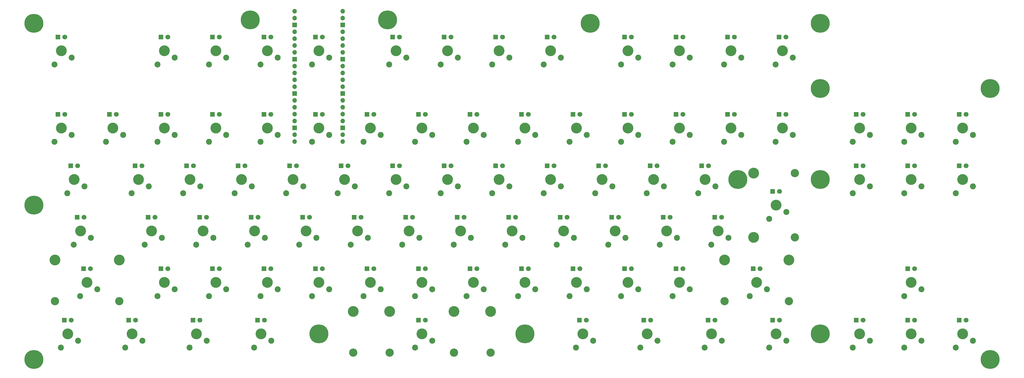
<source format=gts>
G04 #@! TF.GenerationSoftware,KiCad,Pcbnew,(5.1.10)-1*
G04 #@! TF.CreationDate,2021-09-16T16:57:30+09:00*
G04 #@! TF.ProjectId,KiCAD,4b694341-442e-46b6-9963-61645f706362,rev?*
G04 #@! TF.SameCoordinates,Original*
G04 #@! TF.FileFunction,Soldermask,Top*
G04 #@! TF.FilePolarity,Negative*
%FSLAX46Y46*%
G04 Gerber Fmt 4.6, Leading zero omitted, Abs format (unit mm)*
G04 Created by KiCad (PCBNEW (5.1.10)-1) date 2021-09-16 16:57:30*
%MOMM*%
%LPD*%
G01*
G04 APERTURE LIST*
%ADD10C,2.200000*%
%ADD11C,4.000000*%
%ADD12C,3.050000*%
%ADD13O,1.700000X1.700000*%
%ADD14R,1.700000X1.700000*%
%ADD15R,1.800000X1.800000*%
%ADD16C,1.800000*%
%ADD17C,7.000000*%
G04 APERTURE END LIST*
D10*
X305435000Y-167005000D03*
X311785000Y-164465000D03*
D11*
X307975000Y-161925000D03*
X319875000Y-153685000D03*
X296075000Y-153685000D03*
D12*
X319875000Y-168925000D03*
X296075000Y-168925000D03*
D10*
X57785000Y-167005000D03*
X64135000Y-164465000D03*
D11*
X60325000Y-161925000D03*
X72225000Y-153685000D03*
D12*
X72225000Y-168925000D03*
X48425000Y-168925000D03*
D11*
X48425000Y-153685000D03*
D10*
X153035000Y-128905000D03*
X159385000Y-126365000D03*
D11*
X155575000Y-123825000D03*
D10*
X172085000Y-128905000D03*
X178435000Y-126365000D03*
D11*
X174625000Y-123825000D03*
D10*
X210185000Y-128905000D03*
X216535000Y-126365000D03*
D11*
X212725000Y-123825000D03*
D10*
X53023000Y-128905000D03*
X59373000Y-126365000D03*
D11*
X55563000Y-123825000D03*
D10*
X264953500Y-186055000D03*
X271303500Y-183515000D03*
D11*
X267493500Y-180975000D03*
D10*
X276860000Y-167005000D03*
X283210000Y-164465000D03*
D11*
X279400000Y-161925000D03*
D10*
X257810000Y-167005000D03*
X264160000Y-164465000D03*
D11*
X260350000Y-161925000D03*
D10*
X219710000Y-109855000D03*
X226060000Y-107315000D03*
D11*
X222250000Y-104775000D03*
D10*
X157797500Y-147955000D03*
X164147500Y-145415000D03*
D11*
X160337500Y-142875000D03*
D10*
X162560000Y-109855000D03*
X168910000Y-107315000D03*
D11*
X165100000Y-104775000D03*
D10*
X50641000Y-186055000D03*
X56991000Y-183515000D03*
D11*
X53181000Y-180975000D03*
D10*
X100647500Y-147955000D03*
X106997500Y-145415000D03*
D11*
X103187500Y-142875000D03*
D10*
X119697500Y-147955000D03*
X126047500Y-145415000D03*
D11*
X122237500Y-142875000D03*
D10*
X143510000Y-109855000D03*
X149860000Y-107315000D03*
D11*
X146050000Y-104775000D03*
D10*
X124460000Y-109855000D03*
X130810000Y-107315000D03*
D11*
X127000000Y-104775000D03*
D10*
X124460000Y-81280000D03*
X130810000Y-78740000D03*
D11*
X127000000Y-76200000D03*
D10*
X253047500Y-147955000D03*
X259397500Y-145415000D03*
D11*
X255587500Y-142875000D03*
D10*
X98266000Y-186055000D03*
X104616000Y-183515000D03*
D11*
X100806000Y-180975000D03*
D10*
X191135000Y-128905000D03*
X197485000Y-126365000D03*
D11*
X193675000Y-123825000D03*
D10*
X86360000Y-81280000D03*
X92710000Y-78740000D03*
D11*
X88900000Y-76200000D03*
D10*
X343535000Y-128905000D03*
X349885000Y-126365000D03*
D11*
X346075000Y-123825000D03*
D10*
X76835000Y-128905000D03*
X83185000Y-126365000D03*
D11*
X79375000Y-123825000D03*
D10*
X105410000Y-109855000D03*
X111760000Y-107315000D03*
D11*
X107950000Y-104775000D03*
D10*
X276860000Y-109855000D03*
X283210000Y-107315000D03*
D11*
X279400000Y-104775000D03*
D10*
X381635000Y-109855000D03*
X387985000Y-107315000D03*
D11*
X384175000Y-104775000D03*
D10*
X210185000Y-81280000D03*
X216535000Y-78740000D03*
D11*
X212725000Y-76200000D03*
D13*
X137096500Y-61531500D03*
X137096500Y-64071500D03*
D14*
X137096500Y-66611500D03*
D13*
X137096500Y-69151500D03*
X137096500Y-71691500D03*
X137096500Y-74231500D03*
X137096500Y-76771500D03*
D14*
X137096500Y-79311500D03*
D13*
X137096500Y-81851500D03*
X137096500Y-84391500D03*
X137096500Y-86931500D03*
X137096500Y-89471500D03*
D14*
X137096500Y-92011500D03*
D13*
X137096500Y-94551500D03*
X137096500Y-97091500D03*
X137096500Y-99631500D03*
X137096500Y-102171500D03*
D14*
X137096500Y-104711500D03*
D13*
X137096500Y-107251500D03*
X137096500Y-109791500D03*
X154876500Y-109791500D03*
X154876500Y-107251500D03*
D14*
X154876500Y-104711500D03*
D13*
X154876500Y-102171500D03*
X154876500Y-99631500D03*
X154876500Y-97091500D03*
X154876500Y-94551500D03*
D14*
X154876500Y-92011500D03*
D13*
X154876500Y-89471500D03*
X154876500Y-86931500D03*
X154876500Y-84391500D03*
X154876500Y-81851500D03*
D14*
X154876500Y-79311500D03*
D13*
X154876500Y-76771500D03*
X154876500Y-74231500D03*
X154876500Y-71691500D03*
X154876500Y-69151500D03*
D14*
X154876500Y-66611500D03*
D13*
X154876500Y-64071500D03*
X154876500Y-61531500D03*
D10*
X105410000Y-81280000D03*
X111760000Y-78740000D03*
D11*
X107950000Y-76200000D03*
D10*
X241141000Y-186055000D03*
X247491000Y-183515000D03*
D11*
X243681000Y-180975000D03*
D10*
X312578499Y-138430000D03*
X318928499Y-135890000D03*
D11*
X315118499Y-133350000D03*
X306878499Y-145250000D03*
X306878499Y-121450000D03*
D12*
X322118499Y-121450000D03*
X322118499Y-145250000D03*
D10*
X55404000Y-147955000D03*
X61754000Y-145415000D03*
D11*
X57944000Y-142875000D03*
D10*
X124460000Y-167005000D03*
X130810000Y-164465000D03*
D11*
X127000000Y-161925000D03*
D12*
X158750000Y-187975000D03*
X209550000Y-187975000D03*
D11*
X158750000Y-172735000D03*
X209550000Y-172735000D03*
D12*
X172250000Y-187975000D03*
X196050000Y-187975000D03*
D11*
X196050000Y-172735000D03*
X172250000Y-172735000D03*
X184150000Y-180975000D03*
D10*
X187960000Y-183515000D03*
X181610000Y-186055000D03*
X381635000Y-186055000D03*
X387985000Y-183515000D03*
D11*
X384175000Y-180975000D03*
D10*
X362585000Y-186055000D03*
X368935000Y-183515000D03*
D11*
X365125000Y-180975000D03*
D10*
X343535000Y-186055000D03*
X349885000Y-183515000D03*
D11*
X346075000Y-180975000D03*
D10*
X312578499Y-186055000D03*
X318928499Y-183515000D03*
D11*
X315118499Y-180975000D03*
D10*
X288766000Y-186055000D03*
X295116000Y-183515000D03*
D11*
X291306000Y-180975000D03*
D10*
X122078500Y-186055000D03*
X128428500Y-183515000D03*
D11*
X124618500Y-180975000D03*
D10*
X74453500Y-186055000D03*
X80803500Y-183515000D03*
D11*
X76993500Y-180975000D03*
D10*
X362585000Y-167005000D03*
X368935000Y-164465000D03*
D11*
X365125000Y-161925000D03*
D10*
X238760000Y-167005000D03*
X245110000Y-164465000D03*
D11*
X241300000Y-161925000D03*
D10*
X219710000Y-167005000D03*
X226060000Y-164465000D03*
D11*
X222250000Y-161925000D03*
D10*
X200660000Y-167005000D03*
X207010000Y-164465000D03*
D11*
X203200000Y-161925000D03*
D10*
X181610000Y-167005000D03*
X187960000Y-164465000D03*
D11*
X184150000Y-161925000D03*
D10*
X162560000Y-167005000D03*
X168910000Y-164465000D03*
D11*
X165100000Y-161925000D03*
D10*
X143510000Y-167005000D03*
X149860000Y-164465000D03*
D11*
X146050000Y-161925000D03*
D10*
X105410000Y-167005000D03*
X111760000Y-164465000D03*
D11*
X107950000Y-161925000D03*
D10*
X86360000Y-167005000D03*
X92710000Y-164465000D03*
D11*
X88900000Y-161925000D03*
D10*
X291147500Y-147955000D03*
X297497500Y-145415000D03*
D11*
X293687500Y-142875000D03*
D10*
X272097500Y-147955000D03*
X278447500Y-145415000D03*
D11*
X274637500Y-142875000D03*
D10*
X233997500Y-147955000D03*
X240347500Y-145415000D03*
D11*
X236537500Y-142875000D03*
D10*
X214947500Y-147955000D03*
X221297500Y-145415000D03*
D11*
X217487500Y-142875000D03*
D10*
X195897500Y-147955000D03*
X202247500Y-145415000D03*
D11*
X198437500Y-142875000D03*
D10*
X176847500Y-147955000D03*
X183197500Y-145415000D03*
D11*
X179387500Y-142875000D03*
D10*
X138747500Y-147955000D03*
X145097500Y-145415000D03*
D11*
X141287500Y-142875000D03*
D10*
X81597500Y-147955000D03*
X87947500Y-145415000D03*
D11*
X84137500Y-142875000D03*
D10*
X381635000Y-128905000D03*
X387985000Y-126365000D03*
D11*
X384175000Y-123825000D03*
D10*
X362585000Y-128905000D03*
X368935000Y-126365000D03*
D11*
X365125000Y-123825000D03*
D10*
X286385000Y-128905000D03*
X292735000Y-126365000D03*
D11*
X288925000Y-123825000D03*
D10*
X267335000Y-128905000D03*
X273685000Y-126365000D03*
D11*
X269875000Y-123825000D03*
D10*
X248285000Y-128905000D03*
X254635000Y-126365000D03*
D11*
X250825000Y-123825000D03*
D10*
X229235000Y-128905000D03*
X235585000Y-126365000D03*
D11*
X231775000Y-123825000D03*
D10*
X133985000Y-128905000D03*
X140335000Y-126365000D03*
D11*
X136525000Y-123825000D03*
D10*
X114935000Y-128905000D03*
X121285000Y-126365000D03*
D11*
X117475000Y-123825000D03*
D10*
X95885000Y-128905000D03*
X102235000Y-126365000D03*
D11*
X98425000Y-123825000D03*
D10*
X362585000Y-109855000D03*
X368935000Y-107315000D03*
D11*
X365125000Y-104775000D03*
D10*
X343535000Y-109855000D03*
X349885000Y-107315000D03*
D11*
X346075000Y-104775000D03*
D10*
X314960000Y-109855000D03*
X321310000Y-107315000D03*
D11*
X317500000Y-104775000D03*
D10*
X295910000Y-109855000D03*
X302260000Y-107315000D03*
D11*
X298450000Y-104775000D03*
D10*
X257810000Y-109855000D03*
X264160000Y-107315000D03*
D11*
X260350000Y-104775000D03*
D10*
X238760000Y-109855000D03*
X245110000Y-107315000D03*
D11*
X241300000Y-104775000D03*
D10*
X200660000Y-109855000D03*
X207010000Y-107315000D03*
D11*
X203200000Y-104775000D03*
D10*
X181610000Y-109855000D03*
X187960000Y-107315000D03*
D11*
X184150000Y-104775000D03*
D10*
X86360000Y-109855000D03*
X92710000Y-107315000D03*
D11*
X88900000Y-104775000D03*
D10*
X67310000Y-109855000D03*
X73660000Y-107315000D03*
D11*
X69850000Y-104775000D03*
D10*
X48260000Y-109855000D03*
X54610000Y-107315000D03*
D11*
X50800000Y-104775000D03*
D10*
X314960000Y-81280000D03*
X321310000Y-78740000D03*
D11*
X317500000Y-76200000D03*
D10*
X295910000Y-81280000D03*
X302260000Y-78740000D03*
D11*
X298450000Y-76200000D03*
D10*
X276860000Y-81280000D03*
X283210000Y-78740000D03*
D11*
X279400000Y-76200000D03*
D10*
X257810000Y-81280000D03*
X264160000Y-78740000D03*
D11*
X260350000Y-76200000D03*
D10*
X229235000Y-81280000D03*
X235585000Y-78740000D03*
D11*
X231775000Y-76200000D03*
D10*
X191135000Y-81280000D03*
X197485000Y-78740000D03*
D11*
X193675000Y-76200000D03*
D10*
X172085000Y-81280000D03*
X178435000Y-78740000D03*
D11*
X174625000Y-76200000D03*
D10*
X143510000Y-81280000D03*
X149860000Y-78740000D03*
D11*
X146050000Y-76200000D03*
D10*
X48260000Y-81280000D03*
X54610000Y-78740000D03*
D11*
X50800000Y-76200000D03*
D15*
X49530000Y-71120000D03*
D16*
X52070000Y-71120000D03*
D15*
X87630000Y-99695000D03*
D16*
X90170000Y-99695000D03*
D15*
X382905000Y-99695000D03*
D16*
X385445000Y-99695000D03*
D15*
X344805000Y-118745000D03*
D16*
X347345000Y-118745000D03*
X275907500Y-137795000D03*
D15*
X273367500Y-137795000D03*
X306705000Y-156845000D03*
D16*
X309245000Y-156845000D03*
X90170000Y-71120000D03*
D15*
X87630000Y-71120000D03*
D16*
X109220000Y-99695000D03*
D15*
X106680000Y-99695000D03*
D16*
X56833000Y-118745000D03*
D15*
X54293000Y-118745000D03*
D16*
X366395000Y-118745000D03*
D15*
X363855000Y-118745000D03*
X292417500Y-137795000D03*
D16*
X294957500Y-137795000D03*
X366395000Y-156845000D03*
D15*
X363855000Y-156845000D03*
X106680000Y-71120000D03*
D16*
X109220000Y-71120000D03*
D15*
X125730000Y-99695000D03*
D16*
X128270000Y-99695000D03*
D15*
X78105000Y-118745000D03*
D16*
X80645000Y-118745000D03*
D15*
X382905000Y-118745000D03*
D16*
X385445000Y-118745000D03*
X61595000Y-156845000D03*
D15*
X59055000Y-156845000D03*
X51911000Y-175895000D03*
D16*
X54451000Y-175895000D03*
X128270000Y-71120000D03*
D15*
X125730000Y-71120000D03*
D16*
X147320000Y-99695000D03*
D15*
X144780000Y-99695000D03*
D16*
X99695000Y-118745000D03*
D15*
X97155000Y-118745000D03*
D16*
X59214000Y-137795000D03*
D15*
X56674000Y-137795000D03*
X87630000Y-156845000D03*
D16*
X90170000Y-156845000D03*
X78263500Y-175895000D03*
D15*
X75723500Y-175895000D03*
X144780000Y-71120000D03*
D16*
X147320000Y-71120000D03*
D15*
X163830000Y-99695000D03*
D16*
X166370000Y-99695000D03*
D15*
X116205000Y-118745000D03*
D16*
X118745000Y-118745000D03*
D15*
X82867500Y-137795000D03*
D16*
X85407500Y-137795000D03*
X109220000Y-156845000D03*
D15*
X106680000Y-156845000D03*
X99536000Y-175895000D03*
D16*
X102076000Y-175895000D03*
X175895000Y-71120000D03*
D15*
X173355000Y-71120000D03*
D16*
X185420000Y-99695000D03*
D15*
X182880000Y-99695000D03*
D16*
X137795000Y-118745000D03*
D15*
X135255000Y-118745000D03*
D16*
X104457500Y-137795000D03*
D15*
X101917500Y-137795000D03*
D16*
X128270000Y-156845000D03*
D15*
X125730000Y-156845000D03*
D16*
X125888500Y-175895000D03*
D15*
X123348500Y-175895000D03*
D16*
X194945000Y-71120000D03*
D15*
X192405000Y-71120000D03*
X201930000Y-99695000D03*
D16*
X204470000Y-99695000D03*
D15*
X154305000Y-118745000D03*
D16*
X156845000Y-118745000D03*
D15*
X120967500Y-137795000D03*
D16*
X123507500Y-137795000D03*
D15*
X144780000Y-156845000D03*
D16*
X147320000Y-156845000D03*
D15*
X182880000Y-175895000D03*
D16*
X185420000Y-175895000D03*
D15*
X211455000Y-71120000D03*
D16*
X213995000Y-71120000D03*
X223520000Y-99695000D03*
D15*
X220980000Y-99695000D03*
D16*
X175895000Y-118745000D03*
D15*
X173355000Y-118745000D03*
D16*
X142557500Y-137795000D03*
D15*
X140017500Y-137795000D03*
D16*
X166370000Y-156845000D03*
D15*
X163830000Y-156845000D03*
D16*
X244951000Y-175895000D03*
D15*
X242411000Y-175895000D03*
D16*
X233045000Y-71120000D03*
D15*
X230505000Y-71120000D03*
X240030000Y-99695000D03*
D16*
X242570000Y-99695000D03*
D15*
X192405000Y-118745000D03*
D16*
X194945000Y-118745000D03*
D15*
X159067500Y-137795000D03*
D16*
X161607500Y-137795000D03*
D15*
X182880000Y-156845000D03*
D16*
X185420000Y-156845000D03*
X268763500Y-175895000D03*
D15*
X266223500Y-175895000D03*
X259080000Y-71120000D03*
D16*
X261620000Y-71120000D03*
X261620000Y-99695000D03*
D15*
X259080000Y-99695000D03*
D16*
X213995000Y-118745000D03*
D15*
X211455000Y-118745000D03*
D16*
X180657500Y-137795000D03*
D15*
X178117500Y-137795000D03*
D16*
X204470000Y-156845000D03*
D15*
X201930000Y-156845000D03*
X290036000Y-175895000D03*
D16*
X292576000Y-175895000D03*
X280670000Y-71120000D03*
D15*
X278130000Y-71120000D03*
X278130000Y-99695000D03*
D16*
X280670000Y-99695000D03*
D15*
X230505000Y-118745000D03*
D16*
X233045000Y-118745000D03*
D15*
X197167500Y-137795000D03*
D16*
X199707500Y-137795000D03*
D15*
X220980000Y-156845000D03*
D16*
X223520000Y-156845000D03*
D15*
X313848499Y-175895000D03*
D16*
X316388499Y-175895000D03*
D15*
X297180000Y-71120000D03*
D16*
X299720000Y-71120000D03*
X299720000Y-99695000D03*
D15*
X297180000Y-99695000D03*
D16*
X252095000Y-118745000D03*
D15*
X249555000Y-118745000D03*
D16*
X218757500Y-137795000D03*
D15*
X216217500Y-137795000D03*
X240030000Y-156845000D03*
D16*
X242570000Y-156845000D03*
X347345000Y-175895000D03*
D15*
X344805000Y-175895000D03*
D16*
X318770000Y-71120000D03*
D15*
X316230000Y-71120000D03*
X316230000Y-99695000D03*
D16*
X318770000Y-99695000D03*
D15*
X268605000Y-118745000D03*
D16*
X271145000Y-118745000D03*
D15*
X235267500Y-137795000D03*
D16*
X237807500Y-137795000D03*
D15*
X259080000Y-156845000D03*
D16*
X261620000Y-156845000D03*
D15*
X363855000Y-175895000D03*
D16*
X366395000Y-175895000D03*
D15*
X49530000Y-99695000D03*
D16*
X52070000Y-99695000D03*
X347345000Y-99695000D03*
D15*
X344805000Y-99695000D03*
D16*
X290195000Y-118745000D03*
D15*
X287655000Y-118745000D03*
D16*
X256857500Y-137795000D03*
D15*
X254317500Y-137795000D03*
D16*
X280670000Y-156845000D03*
D15*
X278130000Y-156845000D03*
D16*
X385445000Y-175895000D03*
D15*
X382905000Y-175895000D03*
D16*
X71120000Y-99695000D03*
D15*
X68580000Y-99695000D03*
X363855000Y-99695000D03*
D16*
X366395000Y-99695000D03*
D15*
X313848499Y-128270000D03*
D16*
X316388499Y-128270000D03*
D17*
X40640000Y-133350000D03*
X40640000Y-66040000D03*
X120650000Y-64770000D03*
X40640000Y-190500000D03*
X171450000Y-64770000D03*
X331470000Y-66040000D03*
X246380000Y-66040000D03*
X394335000Y-90170000D03*
X331470000Y-180975000D03*
X300990000Y-123825000D03*
X222250000Y-180975000D03*
X394335000Y-190500000D03*
X331470000Y-123825000D03*
X146050000Y-180975000D03*
X331470000Y-90170000D03*
M02*

</source>
